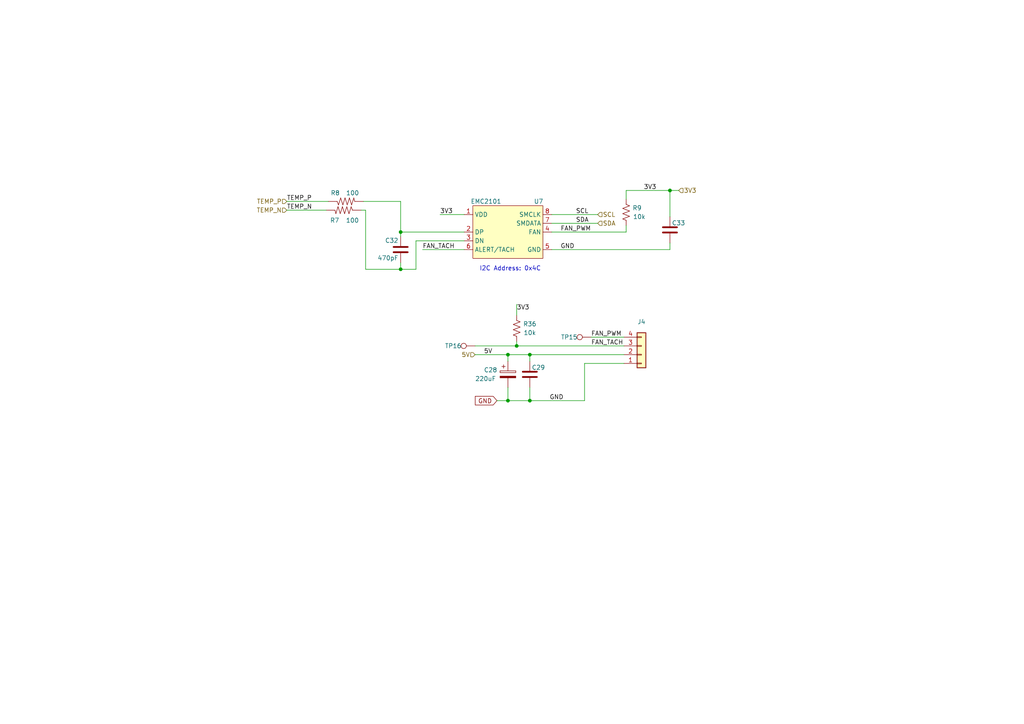
<source format=kicad_sch>
(kicad_sch (version 20230121) (generator eeschema)
  (paper "A4")
  (lib_symbols
    (symbol "Connector:TestPoint" (pin_numbers hide) (pin_names (offset 0.762) hide)
      (property "Reference" "TP" (at 0 6.858 0))
      (property "Value" "TestPoint" (at 0 5.08 0))
      (symbol "TestPoint_0_1"
        (circle (center 0 3.302) (radius 0.762))
      )
      (symbol "TestPoint_1_1"
        (pin passive line (at 0 0 90) (length 2.54) (name "1") (number "1"))
      )
    )
    (symbol "Connector_Generic:Conn_01x04" (pin_names (offset 1.016) hide)
      (property "Reference" "J" (at 0 5.08 0))
      (property "Value" "Conn_01x04" (at 0 -7.62 0))
      (symbol "Conn_01x04_1_1"
        (rectangle (start -1.27 -4.953) (end 0 -5.207) (stroke (width 0.1524)))
        (rectangle (start -1.27 -2.413) (end 0 -2.667) (stroke (width 0.1524)))
        (rectangle (start -1.27 0.127) (end 0 -0.127) (stroke (width 0.1524)))
        (rectangle (start -1.27 2.667) (end 0 2.413) (stroke (width 0.1524)))
        (rectangle (start -1.27 3.81) (end 1.27 -6.35) (stroke (width 0.254)) (fill (type background)))
        (pin passive line (at -5.08 2.54 0) (length 3.81) (name "Pin_1") (number "1"))
        (pin passive line (at -5.08 0 0) (length 3.81) (name "Pin_2") (number "2"))
        (pin passive line (at -5.08 -2.54 0) (length 3.81) (name "Pin_3") (number "3"))
        (pin passive line (at -5.08 -5.08 0) (length 3.81) (name "Pin_4") (number "4"))
      )
    )
    (symbol "DayMiner-eagle-import:RESISTOR0402-RES"
      (property "Reference" "R" (at -3.81 1.4986 0))
      (property "Value" "RESISTOR0402-RES" (at -3.81 -3.302 0))
      (symbol "RESISTOR0402-RES_1_0"
        (polyline (pts (xy -2.54 0) (xy -2.159 1.016)) (stroke (width 0.1524)))
        (polyline (pts (xy -2.159 1.016) (xy -1.524 -1.016)) (stroke (width 0.1524)))
        (polyline (pts (xy -1.524 -1.016) (xy -0.889 1.016)) (stroke (width 0.1524)))
        (polyline (pts (xy -0.889 1.016) (xy -0.254 -1.016)) (stroke (width 0.1524)))
        (polyline (pts (xy -0.254 -1.016) (xy 0.381 1.016)) (stroke (width 0.1524)))
        (polyline (pts (xy 0.381 1.016) (xy 1.016 -1.016)) (stroke (width 0.1524)))
        (polyline (pts (xy 1.016 -1.016) (xy 1.651 1.016)) (stroke (width 0.1524)))
        (polyline (pts (xy 1.651 1.016) (xy 2.286 -1.016)) (stroke (width 0.1524)))
        (polyline (pts (xy 2.286 -1.016) (xy 2.54 0)) (stroke (width 0.1524)))
        (pin passive line (at -5.08 0 0) (length 2.54) (name "1") (number "1"))
        (pin passive line (at 5.08 0 180) (length 2.54) (name "2") (number "2"))
      )
    )
    (symbol "Device:C" (pin_numbers hide) (pin_names (offset 0.254))
      (property "Reference" "C" (at 0.635 2.54 0))
      (property "Value" "C" (at 0.635 -2.54 0))
      (symbol "C_0_1"
        (polyline (pts (xy -2.032 -0.762) (xy 2.032 -0.762)) (stroke (width 0.508)))
        (polyline (pts (xy -2.032 0.762) (xy 2.032 0.762)) (stroke (width 0.508)))
      )
      (symbol "C_1_1"
        (pin passive line (at 0 3.81 270) (length 2.794) (name "~") (number "1"))
        (pin passive line (at 0 -3.81 90) (length 2.794) (name "~") (number "2"))
      )
    )
    (symbol "Device:C_Polarized" (pin_numbers hide) (pin_names (offset 0.254))
      (property "Reference" "C" (at 0.635 2.54 0))
      (property "Value" "C_Polarized" (at 0.635 -2.54 0))
      (symbol "C_Polarized_0_1"
        (rectangle (start -2.286 0.508) (end 2.286 1.016))
        (polyline (pts (xy -1.778 2.286) (xy -0.762 2.286)))
        (polyline (pts (xy -1.27 2.794) (xy -1.27 1.778)))
        (rectangle (start 2.286 -0.508) (end -2.286 -1.016) (fill (type outline)))
      )
      (symbol "C_Polarized_1_1"
        (pin passive line (at 0 3.81 270) (length 2.794) (name "~") (number "1"))
        (pin passive line (at 0 -3.81 90) (length 2.794) (name "~") (number "2"))
      )
    )
    (symbol "Device:R_US" (pin_numbers hide) (pin_names (offset 0))
      (property "Reference" "R" (at 2.54 0 90))
      (property "Value" "R_US" (at -2.54 0 90))
      (symbol "R_US_0_1"
        (polyline (pts (xy 0 -2.286) (xy 0 -2.54)))
        (polyline (pts (xy 0 2.286) (xy 0 2.54)))
        (polyline (pts (xy 0 -0.762) (xy 1.016 -1.143) (xy 0 -1.524) (xy -1.016 -1.905) (xy 0 -2.286)))
        (polyline (pts (xy 0 0.762) (xy 1.016 0.381) (xy 0 0) (xy -1.016 -0.381) (xy 0 -0.762)))
        (polyline (pts (xy 0 2.286) (xy 1.016 1.905) (xy 0 1.524) (xy -1.016 1.143) (xy 0 0.762)))
      )
      (symbol "R_US_1_1"
        (pin passive line (at 0 3.81 270) (length 1.27) (name "~") (number "1"))
        (pin passive line (at 0 -3.81 90) (length 1.27) (name "~") (number "2"))
      )
    )
    (symbol "dayminer:EMC2101"
      (property "Reference" "U" (at 8.89 8.89 0))
      (property "Value" "EMC2101" (at -6.35 8.89 0))
      (symbol "EMC2101_0_1"
        (rectangle (start -10.16 7.62) (end 10.16 -7.62) (stroke (width 0.1524)) (fill (type background)))
      )
      (symbol "EMC2101_1_1"
        (pin power_in line (at -12.7 5.08 0) (length 2.54) (name "VDD") (number "1"))
        (pin input line (at -12.7 0 0) (length 2.54) (name "DP") (number "2"))
        (pin input line (at -12.7 -2.54 0) (length 2.54) (name "DN") (number "3"))
        (pin output line (at 12.7 0 180) (length 2.54) (name "FAN") (number "4"))
        (pin power_in line (at 12.7 -5.08 180) (length 2.54) (name "GND") (number "5"))
        (pin input line (at -12.7 -5.08 0) (length 2.54) (name "ALERT/TACH") (number "6"))
        (pin input line (at 12.7 2.54 180) (length 2.54) (name "SMDATA") (number "7"))
        (pin input line (at 12.7 5.08 180) (length 2.54) (name "SMCLK") (number "8"))
      )
    )
  )
  (junction (at 153.67 102.87))
  (junction (at 116.205 78.105))
  (junction (at 194.31 55.245))
  (junction (at 147.32 116.205))
  (junction (at 116.205 67.31))
  (junction (at 147.32 102.87))
  (junction (at 149.86 100.33))
  (junction (at 153.67 116.205))
  (wire (pts (xy 160.02 62.23) (xy 173.355 62.23)))
  (wire (pts (xy 144.145 116.205) (xy 147.32 116.205)))
  (wire (pts (xy 106.045 60.96) (xy 104.775 60.96)))
  (wire (pts (xy 116.205 67.31) (xy 116.205 58.42)))
  (wire (pts (xy 171.45 97.79) (xy 180.975 97.79)))
  (wire (pts (xy 181.61 55.245) (xy 194.31 55.245)))
  (wire (pts (xy 153.67 102.87) (xy 153.67 104.775)))
  (wire (pts (xy 153.67 102.87) (xy 180.975 102.87)))
  (wire (pts (xy 169.545 105.41) (xy 180.975 105.41)))
  (wire (pts (xy 147.32 112.395) (xy 147.32 116.205)))
  (wire (pts (xy 116.205 76.2) (xy 116.205 78.105)))
  (wire (pts (xy 153.67 116.205) (xy 169.545 116.205)))
  (wire (pts (xy 106.045 60.96) (xy 106.045 78.105)))
  (wire (pts (xy 120.65 78.105) (xy 120.65 69.85)))
  (wire (pts (xy 116.205 58.42) (xy 105.41 58.42)))
  (wire (pts (xy 194.31 70.485) (xy 194.31 72.39)))
  (wire (pts (xy 160.02 67.31) (xy 181.61 67.31)))
  (wire (pts (xy 83.185 60.96) (xy 94.615 60.96)))
  (wire (pts (xy 106.045 78.105) (xy 116.205 78.105)))
  (wire (pts (xy 134.62 67.31) (xy 116.205 67.31)))
  (wire (pts (xy 137.795 102.87) (xy 147.32 102.87)))
  (wire (pts (xy 181.61 55.245) (xy 181.61 57.785)))
  (wire (pts (xy 116.205 78.105) (xy 120.65 78.105)))
  (wire (pts (xy 169.545 105.41) (xy 169.545 116.205)))
  (wire (pts (xy 149.86 99.06) (xy 149.86 100.33)))
  (wire (pts (xy 127.635 62.23) (xy 134.62 62.23)))
  (wire (pts (xy 160.02 64.77) (xy 173.355 64.77)))
  (wire (pts (xy 147.32 116.205) (xy 153.67 116.205)))
  (wire (pts (xy 122.555 72.39) (xy 134.62 72.39)))
  (wire (pts (xy 116.205 67.31) (xy 116.205 68.58)))
  (wire (pts (xy 194.31 55.245) (xy 194.31 62.865)))
  (wire (pts (xy 149.86 100.33) (xy 180.975 100.33)))
  (wire (pts (xy 153.67 112.395) (xy 153.67 116.205)))
  (wire (pts (xy 147.32 102.87) (xy 147.32 104.775)))
  (wire (pts (xy 137.795 100.33) (xy 149.86 100.33)))
  (wire (pts (xy 147.32 102.87) (xy 153.67 102.87)))
  (wire (pts (xy 181.61 67.31) (xy 181.61 65.405)))
  (wire (pts (xy 134.62 69.85) (xy 120.65 69.85)))
  (wire (pts (xy 83.185 58.42) (xy 95.25 58.42)))
  (wire (pts (xy 196.85 55.245) (xy 194.31 55.245)))
  (wire (pts (xy 160.02 72.39) (xy 194.31 72.39)))
  (wire (pts (xy 149.86 88.265) (xy 149.86 91.44)))
  (text "I2C Address: 0x4C" (at 139.065 78.74 0) (effects (font (size 1.27 1.27)) (justify left bottom)))
  (label "5V" (at 140.335 102.87 0))
  (label "SDA" (at 167.005 64.77 0))
  (label "TEMP_P" (at 83.185 58.42 0))
  (label "3V3" (at 127.635 62.23 0))
  (label "SCL" (at 167.005 62.23 0))
  (label "GND" (at 162.56 72.39 0))
  (label "TEMP_N" (at 83.185 60.96 0))
  (label "FAN_PWM" (at 171.45 97.79 0))
  (label "FAN_PWM" (at 162.56 67.31 0))
  (label "FAN_TACH" (at 122.555 72.39 0))
  (label "3V3" (at 149.86 90.17 0))
  (label "FAN_TACH" (at 171.45 100.33 0))
  (label "GND" (at 159.385 116.205 0))
  (label "3V3" (at 186.69 55.245 0))
  (global_label "GND" (shape input) (at 144.145 116.205 180) (property "Intersheetrefs" "${INTERSHEET_REFS}" (effects hide)))
  (hierarchical_label "5V" (shape input) (at 137.795 102.87 180))
  (hierarchical_label "3V3" (shape input) (at 196.85 55.245 0))
  (hierarchical_label "TEMP_P" (shape input) (at 83.185 58.42 180))
  (hierarchical_label "SDA" (shape input) (at 173.355 64.77 0))
  (hierarchical_label "TEMP_N" (shape input) (at 83.185 60.96 180))
  (hierarchical_label "SCL" (shape input) (at 173.355 62.23 0))
  (symbol (lib_id "Connector:TestPoint") (at 171.45 97.79 90) (mirror x) (unit 1)
    (property "Reference" "TP15" (at 165.1 97.79 90))
    (property "Value" "TestPoint" (effects hide))
    (property "Footprint" "TestPoint:TestPoint_Pad_D1.5mm" (effects hide))
    (property "DNP" "T" (effects hide))
  )
  (symbol (lib_id "Device:C") (at 194.31 66.675 0) (mirror y) (unit 1)
    (property "Reference" "C33" (at 198.755 65.405 0) (effects (justify left bottom)))
    (property "Value" "0.1uF" (at 200.66 69.85 0) (effects (justify left bottom)))
    (property "Footprint" "Capacitor_SMD:C_0402_1005Metric" (effects hide))
    (property "Value" "311-3342-1-ND" (effects hide))
    (property "DK" "1292-1639-1-ND" (effects hide))
    (property "PARTNO" "0402X104K100CT" (effects hide))
  )
  (symbol (lib_id "Device:C_Polarized") (at 147.32 108.585 0) (unit 1)
    (property "Reference" "C28" (at 140.335 107.315 0) (effects (justify left)))
    (property "Value" "220uF" (at 137.795 109.855 0) (effects (justify left)))
    (property "Footprint" "Capacitor_SMD:CP_Elec_6.3x7.7" (effects hide))
    (property "DK" "732-8422-1-ND" (effects hide))
    (property "PARTNO" "865080345012" (effects hide))
  )
  (symbol (lib_id "dayminer:EMC2101") (at 147.32 67.31 0) (unit 1)
    (property "Reference" "U7" (at 156.21 58.42 0))
    (property "Value" "EMC2101" (at 140.97 58.42 0))
    (property "Footprint" "Package_SO:TSSOP-8_3x3mm_P0.65mm" (effects hide))
    (property "Datasheet" "https://ww1.microchip.com/downloads/en/DeviceDoc/2101.pdf" (effects hide))
    (property "DK" "EMC2101-R-ACZL-CT-ND" (effects hide))
    (property "PARTNO" "EMC2101-R-ACZL-TR" (effects hide))
  )
  (symbol (lib_id "DayMiner-eagle-import:RESISTOR0402-RES") (at 100.33 58.42 0) (mirror x) (unit 1)
    (property "Reference" "R8" (at 95.885 55.245 0) (effects (justify left bottom)))
    (property "Value" "100" (at 100.33 55.245 0) (effects (justify left bottom)))
    (property "Footprint" "Resistor_SMD:R_0402_1005Metric" (effects hide))
    (property "DK" "RMCF0402FT100RCT-ND" (effects hide))
    (property "PARTNO" "RMCF0402FT100R" (effects hide))
  )
  (symbol (lib_id "Connector_Generic:Conn_01x04") (at 186.055 102.87 0) (mirror x) (unit 1)
    (property "Reference" "J4" (at 186.055 93.345 0))
    (property "Value" "Conn_01x04" (effects hide))
    (property "Footprint" "bitaxe:470531000" (effects hide))
    (property "PARTNO" "0470531000" (effects hide))
    (property "DK" "WM4330-ND" (effects hide))
  )
  (symbol (lib_id "Connector:TestPoint") (at 137.795 100.33 90) (mirror x) (unit 1)
    (property "Reference" "TP16" (at 131.445 100.33 90))
    (property "Value" "TestPoint" (effects hide))
    (property "Footprint" "TestPoint:TestPoint_Pad_D1.5mm" (effects hide))
    (property "DNP" "T" (effects hide))
  )
  (symbol (lib_id "Device:R_US") (at 181.61 61.595 180) (unit 1)
    (property "Reference" "R9" (at 184.785 60.325 0))
    (property "Value" "10k" (at 185.42 62.865 0))
    (property "Footprint" "Resistor_SMD:R_0402_1005Metric" (effects hide))
    (property "DK" "311-10KJRCT-ND" (effects hide))
    (property "PARTNO" "RC0402JR-0710KL" (effects hide))
  )
  (symbol (lib_id "Device:C") (at 116.205 72.39 0) (mirror y) (unit 1)
    (property "Reference" "C32" (at 115.57 70.485 0) (effects (justify left bottom)))
    (property "Value" "470pF" (at 115.57 75.565 0) (effects (justify left bottom)))
    (property "Footprint" "Capacitor_SMD:C_0402_1005Metric" (effects hide))
    (property "DK" "1276-1566-1-ND" (effects hide))
    (property "PARTNO" "CL05B471KB5NNNC" (effects hide))
  )
  (symbol (lib_id "Device:R_US") (at 149.86 95.25 180) (unit 1)
    (property "Reference" "R36" (at 153.67 93.98 0))
    (property "Value" "10k" (at 153.67 96.52 0))
    (property "Footprint" "Resistor_SMD:R_0402_1005Metric" (effects hide))
    (property "DK" "311-10KJRCT-ND" (effects hide))
    (property "PARTNO" "RC0402JR-0710KL" (effects hide))
  )
  (symbol (lib_id "Device:C") (at 153.67 108.585 0) (mirror y) (unit 1)
    (property "Reference" "C29" (at 158.115 107.315 0) (effects (justify left bottom)))
    (property "Value" "0.1uF" (at 160.02 111.76 0) (effects (justify left bottom)))
    (property "Footprint" "Capacitor_SMD:C_0402_1005Metric" (effects hide))
    (property "Value" "311-3342-1-ND" (effects hide))
    (property "DK" "1292-1639-1-ND" (effects hide))
    (property "PARTNO" "0402X104K100CT" (effects hide))
  )
  (symbol (lib_id "DayMiner-eagle-import:RESISTOR0402-RES") (at 99.695 60.96 0) (mirror y) (unit 1)
    (property "Reference" "R7" (at 98.425 64.64 0) (effects (justify left bottom)))
    (property "Value" "100" (at 104.14 64.64 0) (effects (justify left bottom)))
    (property "Footprint" "Resistor_SMD:R_0402_1005Metric" (effects hide))
    (property "DK" "RMCF0402FT100RCT-ND" (effects hide))
    (property "PARTNO" "RMCF0402FT100R" (effects hide))
  )
)
</source>
